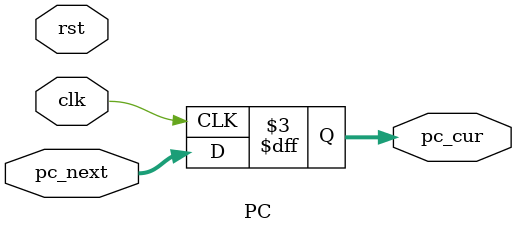
<source format=v>
module PC (
    input clk,
    input rst,
    input [31:0] pc_next,
    output reg [31:0] pc_cur
);
    initial begin
        pc_cur=32'h2ffc;
    end
    always @(posedge clk) begin
        pc_cur<=pc_next;
    end
endmodule
</source>
